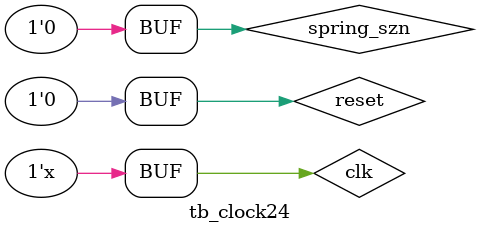
<source format=v>
`timescale 1ns / 1ps


module tb_clock24();
    reg clk;
    reg spring_szn;
    reg reset;
    wire [26:0] disp_time;
    
    clock_24hr digital_clock24(.kh_clk(clk), .spring_szn(spring_szn), .reset(reset), .disp_time(disp_time));
    
    initial begin 
        clk = 0;
        spring_szn = 0;
    end

    always #1 clk = ~clk;
    
    initial begin
        reset = 1;
        #3 reset = 0;
        #5000 spring_szn = ~spring_szn;
        #6000 spring_szn = ~spring_szn;
    end
endmodule

</source>
